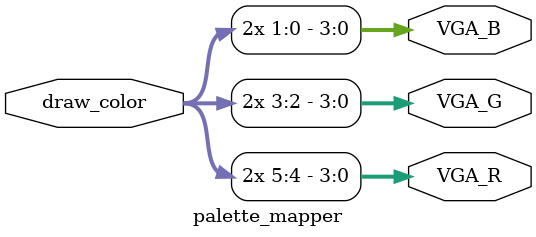
<source format=sv>

module  palette_mapper ( 
    input [7:0] draw_color,
    output logic [3:0] VGA_R, VGA_G, VGA_B // VGA RGB output
);
    // assign VGA_R = 4'b0001; 
    // assign VGA_G = 4'b0100; 
    // assign VGA_B = 4'b0101; 

    assign VGA_R = {2{draw_color[5:4]}};
    assign VGA_G = {2{draw_color[3:2]}};
    assign VGA_B = {2{draw_color[1:0]}};
    
endmodule

</source>
